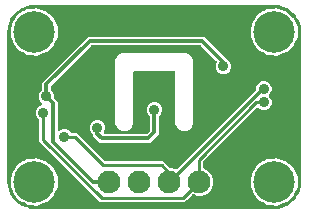
<source format=gbr>
G04 EAGLE Gerber RS-274X export*
G75*
%MOMM*%
%FSLAX34Y34*%
%LPD*%
%INBottom Copper*%
%IPPOS*%
%AMOC8*
5,1,8,0,0,1.08239X$1,22.5*%
G01*
%ADD10C,3.516000*%
%ADD11C,1.930400*%
%ADD12C,0.889000*%
%ADD13C,0.254000*%
%ADD14C,0.304800*%

G36*
X228622Y2543D02*
X228622Y2543D01*
X228700Y2545D01*
X232077Y2810D01*
X232145Y2824D01*
X232214Y2829D01*
X232370Y2869D01*
X238794Y4956D01*
X238901Y5006D01*
X239012Y5050D01*
X239063Y5083D01*
X239082Y5091D01*
X239097Y5104D01*
X239148Y5136D01*
X244612Y9107D01*
X244699Y9188D01*
X244746Y9227D01*
X244752Y9231D01*
X244753Y9233D01*
X244791Y9264D01*
X244829Y9310D01*
X244844Y9324D01*
X244855Y9341D01*
X244893Y9387D01*
X246586Y11717D01*
X246599Y11741D01*
X246616Y11761D01*
X246675Y11879D01*
X246739Y11996D01*
X246746Y12022D01*
X246758Y12046D01*
X246785Y12174D01*
X246799Y12185D01*
X246823Y12196D01*
X246925Y12281D01*
X247031Y12361D01*
X247048Y12382D01*
X247068Y12398D01*
X247171Y12522D01*
X248864Y14852D01*
X248921Y14956D01*
X248985Y15056D01*
X249007Y15113D01*
X249017Y15131D01*
X249022Y15151D01*
X249044Y15206D01*
X251131Y21630D01*
X251144Y21698D01*
X251167Y21764D01*
X251190Y21923D01*
X251455Y25300D01*
X251455Y25304D01*
X251456Y25307D01*
X251455Y25326D01*
X251459Y25400D01*
X251459Y152400D01*
X251457Y152422D01*
X251455Y152500D01*
X251190Y155877D01*
X251176Y155945D01*
X251171Y156014D01*
X251131Y156170D01*
X249044Y162594D01*
X248993Y162701D01*
X248950Y162812D01*
X248917Y162863D01*
X248909Y162882D01*
X248896Y162897D01*
X248864Y162948D01*
X247171Y165278D01*
X247153Y165297D01*
X247139Y165320D01*
X247044Y165413D01*
X246953Y165509D01*
X246931Y165524D01*
X246912Y165542D01*
X246798Y165608D01*
X246792Y165624D01*
X246789Y165651D01*
X246740Y165775D01*
X246697Y165900D01*
X246682Y165922D01*
X246672Y165947D01*
X246586Y166083D01*
X244893Y168412D01*
X244812Y168499D01*
X244736Y168591D01*
X244690Y168629D01*
X244676Y168644D01*
X244658Y168655D01*
X244612Y168693D01*
X239148Y172664D01*
X239044Y172721D01*
X238944Y172785D01*
X238887Y172807D01*
X238869Y172817D01*
X238849Y172822D01*
X238794Y172844D01*
X232370Y174931D01*
X232302Y174944D01*
X232236Y174967D01*
X232077Y174990D01*
X228700Y175255D01*
X228678Y175254D01*
X228600Y175259D01*
X25400Y175259D01*
X25378Y175257D01*
X25300Y175255D01*
X21923Y174990D01*
X21855Y174976D01*
X21786Y174971D01*
X21630Y174931D01*
X18892Y174041D01*
X18867Y174030D01*
X18841Y174024D01*
X18724Y173963D01*
X18604Y173906D01*
X18583Y173889D01*
X18560Y173877D01*
X18462Y173789D01*
X18445Y173788D01*
X18418Y173793D01*
X18286Y173785D01*
X18153Y173783D01*
X18128Y173775D01*
X18101Y173774D01*
X17945Y173734D01*
X15206Y172844D01*
X15099Y172793D01*
X14988Y172750D01*
X14937Y172717D01*
X14918Y172709D01*
X14903Y172696D01*
X14852Y172664D01*
X9388Y168693D01*
X9301Y168612D01*
X9209Y168536D01*
X9171Y168490D01*
X9156Y168476D01*
X9145Y168458D01*
X9107Y168412D01*
X5136Y162948D01*
X5079Y162844D01*
X5015Y162744D01*
X4993Y162687D01*
X4983Y162669D01*
X4978Y162649D01*
X4956Y162594D01*
X2869Y156170D01*
X2856Y156102D01*
X2833Y156036D01*
X2810Y155877D01*
X2545Y152500D01*
X2546Y152478D01*
X2541Y152400D01*
X2541Y25400D01*
X2543Y25378D01*
X2545Y25300D01*
X2810Y21923D01*
X2824Y21855D01*
X2829Y21786D01*
X2869Y21630D01*
X4956Y15206D01*
X5006Y15099D01*
X5050Y14988D01*
X5083Y14937D01*
X5091Y14918D01*
X5104Y14903D01*
X5136Y14852D01*
X9107Y9388D01*
X9127Y9366D01*
X9138Y9348D01*
X9184Y9305D01*
X9188Y9301D01*
X9264Y9209D01*
X9310Y9171D01*
X9324Y9156D01*
X9342Y9145D01*
X9388Y9107D01*
X14852Y5136D01*
X14956Y5079D01*
X15056Y5015D01*
X15113Y4993D01*
X15131Y4983D01*
X15151Y4978D01*
X15206Y4956D01*
X17945Y4066D01*
X17971Y4061D01*
X17996Y4051D01*
X18127Y4031D01*
X18257Y4006D01*
X18284Y4008D01*
X18310Y4004D01*
X18441Y4018D01*
X18455Y4008D01*
X18474Y3989D01*
X18585Y3917D01*
X18694Y3842D01*
X18719Y3832D01*
X18742Y3818D01*
X18891Y3759D01*
X21630Y2869D01*
X21698Y2856D01*
X21764Y2833D01*
X21923Y2810D01*
X25300Y2545D01*
X25322Y2546D01*
X25400Y2541D01*
X228600Y2541D01*
X228622Y2543D01*
G37*
%LPC*%
G36*
X81182Y8127D02*
X81182Y8127D01*
X29717Y59592D01*
X29717Y77436D01*
X29705Y77534D01*
X29702Y77633D01*
X29695Y77655D01*
X29695Y77663D01*
X29684Y77696D01*
X29677Y77752D01*
X29641Y77844D01*
X29613Y77939D01*
X29583Y77991D01*
X29560Y78047D01*
X29502Y78127D01*
X29452Y78213D01*
X29386Y78288D01*
X29374Y78305D01*
X29364Y78312D01*
X29346Y78334D01*
X27528Y80151D01*
X26542Y82531D01*
X26542Y85109D01*
X27528Y87489D01*
X29351Y89312D01*
X31504Y90203D01*
X31547Y90228D01*
X31594Y90245D01*
X31685Y90307D01*
X31780Y90361D01*
X31816Y90396D01*
X31857Y90423D01*
X31930Y90506D01*
X32008Y90582D01*
X32034Y90625D01*
X32067Y90662D01*
X32117Y90760D01*
X32175Y90853D01*
X32189Y90901D01*
X32212Y90945D01*
X32236Y91052D01*
X32268Y91157D01*
X32271Y91207D01*
X32282Y91255D01*
X32278Y91365D01*
X32283Y91475D01*
X32273Y91523D01*
X32272Y91573D01*
X32241Y91679D01*
X32219Y91786D01*
X32197Y91831D01*
X32184Y91879D01*
X32155Y91927D01*
X32155Y91928D01*
X32153Y91930D01*
X32128Y91973D01*
X32079Y92072D01*
X32047Y92110D01*
X32022Y92153D01*
X31987Y92192D01*
X31985Y92196D01*
X31978Y92202D01*
X31916Y92274D01*
X30068Y94121D01*
X29082Y96501D01*
X29082Y99079D01*
X30068Y101459D01*
X31632Y103022D01*
X31692Y103101D01*
X31760Y103173D01*
X31789Y103226D01*
X31826Y103274D01*
X31866Y103365D01*
X31914Y103451D01*
X31929Y103510D01*
X31953Y103566D01*
X31968Y103663D01*
X31993Y103759D01*
X31999Y103859D01*
X32003Y103880D01*
X32001Y103892D01*
X32003Y103920D01*
X32003Y109423D01*
X70917Y148337D01*
X169113Y148337D01*
X188363Y129087D01*
X188370Y129081D01*
X188376Y129074D01*
X188495Y128985D01*
X188614Y128892D01*
X188623Y128888D01*
X188630Y128883D01*
X188775Y128812D01*
X189089Y128682D01*
X190912Y126859D01*
X191898Y124479D01*
X191898Y121901D01*
X190912Y119521D01*
X189089Y117698D01*
X186709Y116712D01*
X184131Y116712D01*
X181751Y117698D01*
X179928Y119521D01*
X178942Y121901D01*
X178942Y124479D01*
X179780Y126502D01*
X179788Y126530D01*
X179802Y126556D01*
X179830Y126683D01*
X179864Y126808D01*
X179865Y126838D01*
X179871Y126867D01*
X179867Y126997D01*
X179869Y127126D01*
X179862Y127155D01*
X179862Y127185D01*
X179825Y127309D01*
X179795Y127436D01*
X179781Y127462D01*
X179773Y127490D01*
X179707Y127602D01*
X179646Y127717D01*
X179627Y127739D01*
X179612Y127764D01*
X179505Y127885D01*
X166539Y140852D01*
X166460Y140912D01*
X166388Y140980D01*
X166335Y141009D01*
X166287Y141046D01*
X166196Y141086D01*
X166110Y141134D01*
X166051Y141149D01*
X165995Y141173D01*
X165897Y141188D01*
X165802Y141213D01*
X165702Y141219D01*
X165681Y141223D01*
X165669Y141221D01*
X165641Y141223D01*
X74389Y141223D01*
X74291Y141211D01*
X74192Y141208D01*
X74134Y141191D01*
X74073Y141183D01*
X73981Y141147D01*
X73886Y141119D01*
X73834Y141089D01*
X73778Y141066D01*
X73698Y141008D01*
X73612Y140958D01*
X73537Y140892D01*
X73520Y140880D01*
X73513Y140870D01*
X73491Y140852D01*
X39488Y106849D01*
X39428Y106770D01*
X39360Y106698D01*
X39331Y106645D01*
X39294Y106597D01*
X39254Y106506D01*
X39206Y106420D01*
X39191Y106361D01*
X39167Y106305D01*
X39152Y106207D01*
X39127Y106112D01*
X39121Y106012D01*
X39117Y105991D01*
X39119Y105979D01*
X39117Y105951D01*
X39117Y103920D01*
X39129Y103822D01*
X39132Y103723D01*
X39149Y103664D01*
X39157Y103604D01*
X39193Y103512D01*
X39221Y103417D01*
X39251Y103365D01*
X39274Y103309D01*
X39332Y103228D01*
X39382Y103143D01*
X39448Y103068D01*
X39460Y103051D01*
X39470Y103044D01*
X39488Y103022D01*
X41052Y101459D01*
X42038Y99079D01*
X42038Y96868D01*
X42050Y96770D01*
X42053Y96671D01*
X42070Y96613D01*
X42078Y96552D01*
X42114Y96460D01*
X42142Y96365D01*
X42172Y96313D01*
X42195Y96257D01*
X42253Y96177D01*
X42303Y96091D01*
X42369Y96016D01*
X42381Y95999D01*
X42391Y95992D01*
X42409Y95971D01*
X42630Y95750D01*
X42631Y95749D01*
X45086Y93294D01*
X45086Y70011D01*
X45103Y69873D01*
X45116Y69734D01*
X45123Y69715D01*
X45126Y69695D01*
X45177Y69566D01*
X45224Y69435D01*
X45235Y69418D01*
X45243Y69400D01*
X45324Y69287D01*
X45403Y69172D01*
X45418Y69159D01*
X45429Y69142D01*
X45537Y69053D01*
X45641Y68961D01*
X45659Y68952D01*
X45674Y68939D01*
X45800Y68880D01*
X45924Y68817D01*
X45944Y68812D01*
X45962Y68804D01*
X46098Y68778D01*
X46235Y68747D01*
X46255Y68748D01*
X46274Y68744D01*
X46413Y68753D01*
X46553Y68757D01*
X46572Y68763D01*
X46592Y68764D01*
X46724Y68807D01*
X46858Y68846D01*
X46875Y68856D01*
X46894Y68862D01*
X47012Y68936D01*
X47046Y68957D01*
X49511Y69978D01*
X52089Y69978D01*
X54469Y68992D01*
X56286Y67174D01*
X56365Y67114D01*
X56437Y67046D01*
X56490Y67017D01*
X56538Y66980D01*
X56629Y66940D01*
X56715Y66892D01*
X56774Y66877D01*
X56830Y66853D01*
X56928Y66838D01*
X57023Y66813D01*
X57123Y66807D01*
X57144Y66803D01*
X57156Y66805D01*
X57184Y66803D01*
X61058Y66803D01*
X84816Y43044D01*
X84895Y42984D01*
X84967Y42916D01*
X85020Y42887D01*
X85068Y42850D01*
X85159Y42810D01*
X85245Y42762D01*
X85304Y42747D01*
X85359Y42723D01*
X85457Y42708D01*
X85553Y42683D01*
X85653Y42677D01*
X85674Y42673D01*
X85686Y42675D01*
X85714Y42673D01*
X134718Y42673D01*
X139934Y37456D01*
X140013Y37396D01*
X140085Y37328D01*
X140138Y37299D01*
X140186Y37262D01*
X140277Y37222D01*
X140363Y37174D01*
X140422Y37159D01*
X140477Y37135D01*
X140575Y37120D01*
X140671Y37095D01*
X140771Y37089D01*
X140792Y37085D01*
X140804Y37087D01*
X140832Y37085D01*
X142024Y37085D01*
X144557Y36036D01*
X144585Y36028D01*
X144612Y36014D01*
X144738Y35986D01*
X144864Y35952D01*
X144893Y35951D01*
X144922Y35945D01*
X145052Y35949D01*
X145182Y35947D01*
X145210Y35954D01*
X145240Y35954D01*
X145364Y35991D01*
X145491Y36021D01*
X145517Y36035D01*
X145545Y36043D01*
X145657Y36109D01*
X145772Y36170D01*
X145794Y36189D01*
X145819Y36204D01*
X145940Y36311D01*
X212861Y103231D01*
X212921Y103310D01*
X212989Y103382D01*
X213018Y103435D01*
X213055Y103483D01*
X213095Y103574D01*
X213143Y103660D01*
X213158Y103719D01*
X213182Y103774D01*
X213197Y103872D01*
X213222Y103968D01*
X213228Y104068D01*
X213232Y104089D01*
X213230Y104101D01*
X213232Y104129D01*
X213232Y105429D01*
X214218Y107809D01*
X216041Y109632D01*
X218421Y110618D01*
X220999Y110618D01*
X223379Y109632D01*
X225202Y107809D01*
X226188Y105429D01*
X226188Y102851D01*
X225202Y100471D01*
X224053Y99322D01*
X223980Y99228D01*
X223902Y99139D01*
X223883Y99103D01*
X223858Y99071D01*
X223811Y98962D01*
X223757Y98856D01*
X223748Y98817D01*
X223732Y98779D01*
X223713Y98662D01*
X223687Y98546D01*
X223689Y98505D01*
X223682Y98465D01*
X223693Y98347D01*
X223697Y98228D01*
X223708Y98189D01*
X223712Y98149D01*
X223752Y98037D01*
X223785Y97922D01*
X223806Y97887D01*
X223820Y97849D01*
X223887Y97751D01*
X223947Y97648D01*
X223987Y97603D01*
X223998Y97586D01*
X224014Y97573D01*
X224053Y97527D01*
X225202Y96379D01*
X226188Y93999D01*
X226188Y91421D01*
X225202Y89041D01*
X223379Y87218D01*
X220999Y86232D01*
X218421Y86232D01*
X216041Y87218D01*
X215245Y88014D01*
X215151Y88087D01*
X215062Y88166D01*
X215026Y88184D01*
X214994Y88209D01*
X214885Y88256D01*
X214779Y88310D01*
X214739Y88319D01*
X214702Y88335D01*
X214585Y88354D01*
X214469Y88380D01*
X214428Y88379D01*
X214388Y88385D01*
X214270Y88374D01*
X214151Y88370D01*
X214112Y88359D01*
X214072Y88355D01*
X213959Y88315D01*
X213845Y88282D01*
X213810Y88261D01*
X213772Y88247D01*
X213674Y88181D01*
X213571Y88120D01*
X213526Y88080D01*
X213509Y88069D01*
X213496Y88054D01*
X213450Y88014D01*
X168774Y43338D01*
X168714Y43260D01*
X168646Y43188D01*
X168617Y43135D01*
X168580Y43087D01*
X168540Y42996D01*
X168492Y42909D01*
X168477Y42850D01*
X168453Y42795D01*
X168438Y42697D01*
X168413Y42601D01*
X168407Y42501D01*
X168403Y42481D01*
X168405Y42468D01*
X168403Y42440D01*
X168403Y37528D01*
X168406Y37498D01*
X168404Y37469D01*
X168426Y37341D01*
X168443Y37212D01*
X168453Y37185D01*
X168458Y37155D01*
X168512Y37037D01*
X168560Y36916D01*
X168577Y36892D01*
X168589Y36865D01*
X168670Y36764D01*
X168746Y36659D01*
X168769Y36640D01*
X168788Y36617D01*
X168891Y36539D01*
X168991Y36456D01*
X169018Y36444D01*
X169042Y36426D01*
X169186Y36355D01*
X171719Y35306D01*
X175006Y32019D01*
X176785Y27724D01*
X176785Y23076D01*
X175006Y18781D01*
X171719Y15494D01*
X167424Y13715D01*
X162776Y13715D01*
X160243Y14764D01*
X160215Y14772D01*
X160188Y14786D01*
X160062Y14814D01*
X159936Y14848D01*
X159907Y14849D01*
X159878Y14855D01*
X159748Y14851D01*
X159618Y14853D01*
X159590Y14846D01*
X159560Y14846D01*
X159436Y14809D01*
X159309Y14779D01*
X159283Y14765D01*
X159255Y14757D01*
X159143Y14691D01*
X159028Y14630D01*
X159006Y14611D01*
X158981Y14596D01*
X158860Y14489D01*
X154804Y10434D01*
X152498Y8127D01*
X81182Y8127D01*
G37*
%LPD*%
%LPC*%
G36*
X100084Y68579D02*
X100084Y68579D01*
X97283Y69739D01*
X95139Y71883D01*
X93979Y74684D01*
X93979Y128516D01*
X95139Y131317D01*
X97283Y133461D01*
X100084Y134621D01*
X153916Y134621D01*
X156717Y133461D01*
X158861Y131317D01*
X160021Y128516D01*
X160021Y74684D01*
X158861Y71883D01*
X156717Y69739D01*
X153916Y68579D01*
X150884Y68579D01*
X148083Y69739D01*
X145939Y71883D01*
X144779Y74684D01*
X144779Y118110D01*
X144764Y118228D01*
X144757Y118347D01*
X144744Y118385D01*
X144739Y118426D01*
X144696Y118536D01*
X144659Y118649D01*
X144637Y118684D01*
X144622Y118721D01*
X144553Y118817D01*
X144489Y118918D01*
X144459Y118946D01*
X144436Y118979D01*
X144344Y119055D01*
X144257Y119136D01*
X144222Y119156D01*
X144191Y119181D01*
X144083Y119232D01*
X143979Y119290D01*
X143939Y119300D01*
X143903Y119317D01*
X143786Y119339D01*
X143671Y119369D01*
X143611Y119373D01*
X143591Y119377D01*
X143570Y119375D01*
X143510Y119379D01*
X110490Y119379D01*
X110372Y119364D01*
X110253Y119357D01*
X110215Y119344D01*
X110174Y119339D01*
X110064Y119296D01*
X109951Y119259D01*
X109916Y119237D01*
X109879Y119222D01*
X109783Y119153D01*
X109682Y119089D01*
X109654Y119059D01*
X109621Y119036D01*
X109545Y118944D01*
X109464Y118857D01*
X109444Y118822D01*
X109419Y118791D01*
X109368Y118683D01*
X109310Y118579D01*
X109300Y118539D01*
X109283Y118503D01*
X109261Y118386D01*
X109231Y118271D01*
X109227Y118211D01*
X109223Y118191D01*
X109225Y118170D01*
X109221Y118110D01*
X109221Y74684D01*
X108061Y71883D01*
X105917Y69739D01*
X103116Y68579D01*
X100084Y68579D01*
G37*
%LPD*%
%LPC*%
G36*
X226876Y5780D02*
X226876Y5780D01*
X226858Y5780D01*
X226743Y5787D01*
X224699Y5787D01*
X224151Y6014D01*
X224052Y6041D01*
X223957Y6077D01*
X223865Y6092D01*
X223844Y6098D01*
X223831Y6098D01*
X223798Y6104D01*
X222379Y6253D01*
X219415Y7964D01*
X219413Y7965D01*
X219410Y7967D01*
X219266Y8038D01*
X217490Y8773D01*
X216893Y9370D01*
X216826Y9422D01*
X216765Y9483D01*
X216651Y9558D01*
X216642Y9565D01*
X216638Y9567D01*
X216631Y9572D01*
X215129Y10439D01*
X213339Y12903D01*
X213326Y12917D01*
X213316Y12933D01*
X213209Y13054D01*
X211973Y14290D01*
X211557Y15296D01*
X211522Y15356D01*
X211497Y15420D01*
X211411Y15556D01*
X210208Y17211D01*
X209647Y19849D01*
X209636Y19883D01*
X209631Y19919D01*
X209579Y20071D01*
X208987Y21499D01*
X208987Y22822D01*
X208981Y22874D01*
X208983Y22926D01*
X208960Y23086D01*
X208468Y25400D01*
X208960Y27714D01*
X208964Y27767D01*
X208977Y27817D01*
X208987Y27978D01*
X208987Y29301D01*
X209579Y30729D01*
X209588Y30763D01*
X209604Y30795D01*
X209647Y30951D01*
X210208Y33589D01*
X211411Y35244D01*
X211444Y35305D01*
X211486Y35360D01*
X211557Y35504D01*
X211973Y36510D01*
X213209Y37746D01*
X213221Y37761D01*
X213236Y37773D01*
X213339Y37897D01*
X215129Y40361D01*
X216631Y41228D01*
X216699Y41280D01*
X216773Y41324D01*
X216875Y41414D01*
X216884Y41421D01*
X216887Y41424D01*
X216893Y41430D01*
X217490Y42027D01*
X219266Y42762D01*
X219268Y42764D01*
X219271Y42764D01*
X219415Y42836D01*
X222379Y44547D01*
X223798Y44696D01*
X223898Y44720D01*
X223999Y44734D01*
X224087Y44764D01*
X224108Y44769D01*
X224120Y44775D01*
X224151Y44786D01*
X224699Y45013D01*
X226743Y45013D01*
X226760Y45015D01*
X226876Y45020D01*
X230704Y45422D01*
X231773Y45075D01*
X231890Y45053D01*
X232005Y45023D01*
X232065Y45019D01*
X232085Y45015D01*
X232106Y45017D01*
X232165Y45013D01*
X232501Y45013D01*
X234409Y44222D01*
X234430Y44217D01*
X234503Y44188D01*
X238666Y42835D01*
X239278Y42285D01*
X239389Y42207D01*
X239497Y42126D01*
X239527Y42111D01*
X239539Y42103D01*
X239559Y42096D01*
X239641Y42055D01*
X239710Y42027D01*
X241005Y40732D01*
X241019Y40721D01*
X241053Y40686D01*
X244887Y37234D01*
X245100Y36756D01*
X245179Y36626D01*
X245450Y35971D01*
X245455Y35962D01*
X245463Y35941D01*
X248292Y29586D01*
X248292Y21214D01*
X245463Y14859D01*
X245460Y14849D01*
X245450Y14829D01*
X245194Y14211D01*
X245175Y14187D01*
X245170Y14178D01*
X245168Y14175D01*
X245163Y14165D01*
X245100Y14044D01*
X244985Y13785D01*
X244977Y13759D01*
X244964Y13736D01*
X244931Y13607D01*
X244914Y13552D01*
X244880Y13536D01*
X244860Y13519D01*
X244836Y13507D01*
X244710Y13407D01*
X241053Y10114D01*
X241041Y10100D01*
X241005Y10068D01*
X239710Y8773D01*
X239641Y8745D01*
X239524Y8678D01*
X239404Y8615D01*
X239377Y8594D01*
X239365Y8587D01*
X239350Y8572D01*
X239278Y8515D01*
X238666Y7965D01*
X234502Y6612D01*
X234483Y6603D01*
X234409Y6577D01*
X232501Y5787D01*
X232165Y5787D01*
X232047Y5772D01*
X231929Y5765D01*
X231870Y5750D01*
X231850Y5747D01*
X231831Y5740D01*
X231773Y5725D01*
X230704Y5378D01*
X226876Y5780D01*
G37*
%LPD*%
%LPC*%
G36*
X226876Y132780D02*
X226876Y132780D01*
X226858Y132780D01*
X226743Y132787D01*
X224699Y132787D01*
X224151Y133014D01*
X224052Y133041D01*
X223957Y133077D01*
X223865Y133092D01*
X223844Y133098D01*
X223831Y133098D01*
X223798Y133104D01*
X222379Y133253D01*
X219415Y134964D01*
X219413Y134965D01*
X219410Y134967D01*
X219266Y135038D01*
X217490Y135773D01*
X216893Y136370D01*
X216826Y136422D01*
X216765Y136483D01*
X216651Y136558D01*
X216642Y136565D01*
X216638Y136567D01*
X216631Y136572D01*
X215129Y137439D01*
X213339Y139903D01*
X213326Y139917D01*
X213316Y139933D01*
X213209Y140054D01*
X211973Y141290D01*
X211557Y142296D01*
X211522Y142356D01*
X211497Y142420D01*
X211411Y142556D01*
X210208Y144211D01*
X209647Y146849D01*
X209636Y146883D01*
X209631Y146919D01*
X209579Y147071D01*
X208987Y148499D01*
X208987Y149822D01*
X208981Y149874D01*
X208983Y149926D01*
X208960Y150086D01*
X208468Y152400D01*
X208960Y154714D01*
X208964Y154767D01*
X208977Y154817D01*
X208987Y154978D01*
X208987Y156301D01*
X209579Y157729D01*
X209588Y157763D01*
X209604Y157795D01*
X209647Y157951D01*
X210208Y160589D01*
X211411Y162244D01*
X211444Y162305D01*
X211486Y162360D01*
X211557Y162504D01*
X211973Y163510D01*
X213209Y164746D01*
X213221Y164761D01*
X213236Y164773D01*
X213339Y164897D01*
X215129Y167361D01*
X216631Y168228D01*
X216699Y168280D01*
X216773Y168324D01*
X216875Y168414D01*
X216884Y168421D01*
X216887Y168424D01*
X216893Y168430D01*
X217490Y169027D01*
X219266Y169762D01*
X219268Y169764D01*
X219271Y169764D01*
X219415Y169836D01*
X222379Y171547D01*
X223798Y171696D01*
X223898Y171720D01*
X223999Y171734D01*
X224087Y171764D01*
X224108Y171769D01*
X224120Y171775D01*
X224151Y171786D01*
X224699Y172013D01*
X226743Y172013D01*
X226760Y172015D01*
X226876Y172020D01*
X230704Y172422D01*
X231773Y172075D01*
X231890Y172053D01*
X232005Y172023D01*
X232065Y172019D01*
X232085Y172015D01*
X232106Y172017D01*
X232165Y172013D01*
X232501Y172013D01*
X234409Y171222D01*
X234430Y171217D01*
X234503Y171188D01*
X238666Y169835D01*
X239278Y169285D01*
X239389Y169207D01*
X239497Y169126D01*
X239527Y169111D01*
X239539Y169103D01*
X239559Y169096D01*
X239641Y169055D01*
X239710Y169027D01*
X241005Y167732D01*
X241019Y167721D01*
X241053Y167686D01*
X244710Y164393D01*
X244732Y164378D01*
X244750Y164359D01*
X244862Y164288D01*
X244910Y164254D01*
X244914Y164217D01*
X244924Y164192D01*
X244929Y164166D01*
X244985Y164015D01*
X245100Y163756D01*
X245179Y163626D01*
X245450Y162971D01*
X245455Y162962D01*
X245463Y162941D01*
X248292Y156586D01*
X248292Y148214D01*
X245463Y141859D01*
X245460Y141849D01*
X245450Y141829D01*
X245194Y141211D01*
X245175Y141187D01*
X245170Y141179D01*
X245168Y141175D01*
X245163Y141164D01*
X245100Y141044D01*
X244887Y140566D01*
X241053Y137114D01*
X241041Y137100D01*
X241005Y137068D01*
X239710Y135773D01*
X239641Y135745D01*
X239524Y135678D01*
X239404Y135615D01*
X239377Y135594D01*
X239365Y135587D01*
X239350Y135572D01*
X239278Y135515D01*
X238666Y134965D01*
X234502Y133612D01*
X234483Y133603D01*
X234409Y133577D01*
X232501Y132787D01*
X232165Y132787D01*
X232047Y132772D01*
X231929Y132765D01*
X231870Y132750D01*
X231850Y132747D01*
X231831Y132740D01*
X231773Y132725D01*
X230704Y132378D01*
X226876Y132780D01*
G37*
%LPD*%
%LPC*%
G36*
X23676Y5780D02*
X23676Y5780D01*
X23658Y5780D01*
X23543Y5787D01*
X21499Y5787D01*
X20951Y6014D01*
X20852Y6041D01*
X20757Y6077D01*
X20665Y6092D01*
X20644Y6098D01*
X20631Y6098D01*
X20598Y6104D01*
X19416Y6228D01*
X19390Y6227D01*
X19364Y6232D01*
X19231Y6224D01*
X19173Y6223D01*
X19147Y6250D01*
X19125Y6265D01*
X19106Y6283D01*
X18972Y6372D01*
X16215Y7964D01*
X16213Y7965D01*
X16210Y7967D01*
X16066Y8038D01*
X14290Y8773D01*
X13693Y9370D01*
X13626Y9422D01*
X13565Y9483D01*
X13451Y9558D01*
X13442Y9565D01*
X13438Y9567D01*
X13431Y9572D01*
X11929Y10439D01*
X10139Y12903D01*
X10126Y12917D01*
X10116Y12933D01*
X10009Y13054D01*
X8773Y14290D01*
X8357Y15296D01*
X8322Y15356D01*
X8297Y15420D01*
X8211Y15556D01*
X7008Y17211D01*
X6447Y19849D01*
X6436Y19883D01*
X6431Y19919D01*
X6379Y20071D01*
X5787Y21499D01*
X5787Y22822D01*
X5781Y22874D01*
X5783Y22926D01*
X5760Y23086D01*
X5268Y25400D01*
X5760Y27714D01*
X5764Y27767D01*
X5777Y27817D01*
X5787Y27978D01*
X5787Y29301D01*
X6379Y30729D01*
X6388Y30763D01*
X6404Y30795D01*
X6447Y30951D01*
X7008Y33589D01*
X8211Y35244D01*
X8244Y35305D01*
X8286Y35360D01*
X8357Y35504D01*
X8773Y36510D01*
X10009Y37746D01*
X10021Y37761D01*
X10036Y37773D01*
X10139Y37897D01*
X11929Y40361D01*
X13431Y41228D01*
X13499Y41280D01*
X13573Y41324D01*
X13675Y41414D01*
X13684Y41421D01*
X13687Y41424D01*
X13693Y41430D01*
X14290Y42027D01*
X16066Y42762D01*
X16068Y42764D01*
X16071Y42764D01*
X16215Y42836D01*
X19179Y44547D01*
X20598Y44696D01*
X20698Y44720D01*
X20799Y44734D01*
X20887Y44764D01*
X20908Y44769D01*
X20920Y44775D01*
X20951Y44786D01*
X21499Y45013D01*
X23543Y45013D01*
X23560Y45015D01*
X23676Y45020D01*
X27504Y45422D01*
X28573Y45075D01*
X28690Y45053D01*
X28805Y45023D01*
X28865Y45019D01*
X28885Y45015D01*
X28906Y45017D01*
X28965Y45013D01*
X29301Y45013D01*
X31209Y44222D01*
X31230Y44217D01*
X31303Y44188D01*
X35466Y42835D01*
X36078Y42285D01*
X36189Y42207D01*
X36297Y42126D01*
X36327Y42111D01*
X36339Y42103D01*
X36359Y42096D01*
X36441Y42055D01*
X36510Y42027D01*
X37805Y40732D01*
X37819Y40721D01*
X37853Y40686D01*
X41687Y37234D01*
X41900Y36756D01*
X41979Y36626D01*
X42250Y35971D01*
X42255Y35962D01*
X42263Y35941D01*
X45092Y29586D01*
X45092Y21214D01*
X42263Y14859D01*
X42260Y14849D01*
X42250Y14829D01*
X41994Y14211D01*
X41975Y14187D01*
X41970Y14179D01*
X41968Y14175D01*
X41963Y14164D01*
X41900Y14044D01*
X41687Y13566D01*
X37853Y10114D01*
X37841Y10100D01*
X37805Y10068D01*
X36510Y8773D01*
X36441Y8745D01*
X36324Y8678D01*
X36204Y8615D01*
X36177Y8594D01*
X36165Y8587D01*
X36150Y8572D01*
X36078Y8515D01*
X35466Y7965D01*
X31302Y6612D01*
X31283Y6603D01*
X31209Y6577D01*
X29301Y5787D01*
X28965Y5787D01*
X28847Y5772D01*
X28729Y5765D01*
X28670Y5750D01*
X28650Y5747D01*
X28631Y5740D01*
X28573Y5725D01*
X27504Y5378D01*
X23676Y5780D01*
G37*
%LPD*%
%LPC*%
G36*
X23676Y132780D02*
X23676Y132780D01*
X23658Y132780D01*
X23543Y132787D01*
X21499Y132787D01*
X20951Y133014D01*
X20852Y133041D01*
X20757Y133077D01*
X20665Y133092D01*
X20644Y133098D01*
X20631Y133098D01*
X20598Y133104D01*
X19179Y133253D01*
X16215Y134964D01*
X16213Y134965D01*
X16210Y134967D01*
X16066Y135038D01*
X14290Y135773D01*
X13693Y136370D01*
X13626Y136422D01*
X13565Y136483D01*
X13451Y136558D01*
X13442Y136565D01*
X13438Y136567D01*
X13431Y136572D01*
X11929Y137439D01*
X10139Y139903D01*
X10126Y139917D01*
X10116Y139933D01*
X10009Y140054D01*
X8773Y141290D01*
X8357Y142296D01*
X8322Y142356D01*
X8297Y142420D01*
X8211Y142556D01*
X7008Y144211D01*
X6447Y146849D01*
X6436Y146883D01*
X6431Y146919D01*
X6379Y147071D01*
X5787Y148499D01*
X5787Y149822D01*
X5781Y149874D01*
X5783Y149926D01*
X5760Y150086D01*
X5268Y152400D01*
X5760Y154714D01*
X5764Y154767D01*
X5777Y154817D01*
X5787Y154978D01*
X5787Y156301D01*
X6379Y157729D01*
X6388Y157763D01*
X6404Y157795D01*
X6447Y157951D01*
X7008Y160589D01*
X8211Y162244D01*
X8244Y162305D01*
X8286Y162360D01*
X8357Y162504D01*
X8773Y163510D01*
X10009Y164746D01*
X10021Y164761D01*
X10036Y164773D01*
X10139Y164897D01*
X11929Y167361D01*
X13431Y168228D01*
X13499Y168280D01*
X13573Y168324D01*
X13675Y168414D01*
X13684Y168421D01*
X13687Y168424D01*
X13693Y168430D01*
X14290Y169027D01*
X16066Y169762D01*
X16068Y169764D01*
X16071Y169764D01*
X16215Y169836D01*
X18972Y171428D01*
X18993Y171444D01*
X19017Y171455D01*
X19120Y171540D01*
X19166Y171575D01*
X19203Y171568D01*
X19229Y171569D01*
X19256Y171565D01*
X19416Y171572D01*
X20598Y171696D01*
X20698Y171720D01*
X20799Y171734D01*
X20887Y171764D01*
X20908Y171769D01*
X20920Y171775D01*
X20951Y171786D01*
X21499Y172013D01*
X23543Y172013D01*
X23560Y172015D01*
X23676Y172020D01*
X27504Y172422D01*
X28573Y172075D01*
X28690Y172053D01*
X28805Y172023D01*
X28865Y172019D01*
X28885Y172015D01*
X28906Y172017D01*
X28965Y172013D01*
X29301Y172013D01*
X31209Y171222D01*
X31230Y171217D01*
X31303Y171188D01*
X35466Y169835D01*
X36078Y169285D01*
X36189Y169207D01*
X36297Y169126D01*
X36327Y169111D01*
X36339Y169103D01*
X36359Y169096D01*
X36441Y169055D01*
X36510Y169027D01*
X37805Y167732D01*
X37819Y167721D01*
X37853Y167686D01*
X41687Y164234D01*
X41900Y163756D01*
X41979Y163626D01*
X42250Y162971D01*
X42255Y162962D01*
X42263Y162941D01*
X45092Y156586D01*
X45092Y148214D01*
X42263Y141859D01*
X42260Y141849D01*
X42250Y141829D01*
X41994Y141211D01*
X41975Y141187D01*
X41970Y141179D01*
X41968Y141175D01*
X41963Y141164D01*
X41900Y141044D01*
X41687Y140566D01*
X37853Y137114D01*
X37841Y137100D01*
X37805Y137068D01*
X36510Y135773D01*
X36441Y135745D01*
X36324Y135678D01*
X36204Y135615D01*
X36177Y135594D01*
X36165Y135587D01*
X36150Y135572D01*
X36078Y135515D01*
X35466Y134965D01*
X31302Y133612D01*
X31283Y133603D01*
X31209Y133577D01*
X29301Y132787D01*
X28965Y132787D01*
X28847Y132772D01*
X28729Y132765D01*
X28670Y132750D01*
X28650Y132747D01*
X28631Y132740D01*
X28573Y132725D01*
X27504Y132378D01*
X23676Y132780D01*
G37*
%LPD*%
%LPC*%
G36*
X81077Y58673D02*
X81077Y58673D01*
X75183Y64567D01*
X75183Y64990D01*
X75171Y65088D01*
X75168Y65187D01*
X75151Y65246D01*
X75143Y65306D01*
X75107Y65398D01*
X75079Y65493D01*
X75049Y65545D01*
X75026Y65601D01*
X74968Y65681D01*
X74918Y65767D01*
X74852Y65842D01*
X74840Y65859D01*
X74830Y65866D01*
X74812Y65888D01*
X73248Y67451D01*
X72262Y69831D01*
X72262Y72409D01*
X73248Y74789D01*
X75071Y76612D01*
X77451Y77598D01*
X80029Y77598D01*
X82409Y76612D01*
X84232Y74789D01*
X85218Y72409D01*
X85218Y69831D01*
X84269Y67542D01*
X84256Y67494D01*
X84235Y67449D01*
X84214Y67341D01*
X84185Y67235D01*
X84185Y67185D01*
X84175Y67136D01*
X84182Y67027D01*
X84180Y66917D01*
X84192Y66869D01*
X84195Y66819D01*
X84229Y66715D01*
X84254Y66608D01*
X84278Y66564D01*
X84293Y66517D01*
X84352Y66424D01*
X84403Y66327D01*
X84437Y66290D01*
X84463Y66248D01*
X84543Y66173D01*
X84617Y66091D01*
X84659Y66064D01*
X84695Y66030D01*
X84791Y65977D01*
X84883Y65917D01*
X84930Y65900D01*
X84973Y65876D01*
X85080Y65849D01*
X85184Y65813D01*
X85233Y65809D01*
X85281Y65797D01*
X85442Y65787D01*
X119921Y65787D01*
X120019Y65799D01*
X120118Y65802D01*
X120176Y65819D01*
X120237Y65827D01*
X120329Y65863D01*
X120424Y65891D01*
X120476Y65921D01*
X120532Y65944D01*
X120612Y66002D01*
X120698Y66052D01*
X120773Y66118D01*
X120790Y66130D01*
X120797Y66140D01*
X120819Y66158D01*
X123072Y68411D01*
X123132Y68490D01*
X123200Y68562D01*
X123229Y68615D01*
X123266Y68663D01*
X123306Y68754D01*
X123354Y68840D01*
X123369Y68899D01*
X123393Y68955D01*
X123408Y69053D01*
X123433Y69148D01*
X123439Y69248D01*
X123443Y69269D01*
X123441Y69281D01*
X123443Y69309D01*
X123443Y80230D01*
X123431Y80328D01*
X123428Y80427D01*
X123411Y80486D01*
X123403Y80546D01*
X123367Y80638D01*
X123339Y80733D01*
X123309Y80785D01*
X123286Y80841D01*
X123228Y80921D01*
X123178Y81007D01*
X123112Y81082D01*
X123100Y81099D01*
X123090Y81106D01*
X123072Y81128D01*
X121508Y82691D01*
X120522Y85071D01*
X120522Y87649D01*
X121508Y90029D01*
X123331Y91852D01*
X125711Y92838D01*
X128289Y92838D01*
X130669Y91852D01*
X132492Y90029D01*
X133478Y87649D01*
X133478Y85071D01*
X132492Y82691D01*
X130928Y81128D01*
X130868Y81049D01*
X130800Y80977D01*
X130771Y80924D01*
X130734Y80876D01*
X130694Y80785D01*
X130646Y80699D01*
X130631Y80640D01*
X130607Y80584D01*
X130592Y80486D01*
X130567Y80391D01*
X130561Y80291D01*
X130557Y80270D01*
X130559Y80258D01*
X130557Y80230D01*
X130557Y65837D01*
X123393Y58673D01*
X81077Y58673D01*
G37*
%LPD*%
D10*
X25400Y152400D03*
X228600Y152400D03*
X25400Y25400D03*
X228600Y25400D03*
D11*
X88900Y25400D03*
X114300Y25400D03*
X139700Y25400D03*
X165100Y25400D03*
D12*
X219710Y92710D03*
D13*
X213476Y92710D01*
X165100Y44334D02*
X165100Y25400D01*
X165100Y44334D02*
X213476Y92710D01*
D12*
X33020Y83820D03*
D13*
X33020Y60960D01*
X151130Y11430D02*
X165100Y25400D01*
X82550Y11430D02*
X33020Y60960D01*
X82550Y11430D02*
X151130Y11430D01*
D12*
X219710Y104140D03*
D13*
X218440Y104140D01*
X139700Y33020D02*
X139700Y25400D01*
X218440Y104140D01*
D12*
X50800Y63500D03*
D13*
X59690Y63500D02*
X83820Y39370D01*
X59690Y63500D02*
X50800Y63500D01*
X133350Y39370D02*
X139700Y33020D01*
X133350Y39370D02*
X83820Y39370D01*
D12*
X127000Y110490D03*
X142240Y48260D03*
X105410Y52070D03*
X35560Y97790D03*
D14*
X41529Y91821D01*
X41529Y59276D01*
X75405Y25400D01*
X88900Y25400D01*
X35560Y97790D02*
X35560Y107950D01*
X72390Y144780D02*
X167640Y144780D01*
X185420Y127000D01*
X185420Y123190D01*
D12*
X185420Y123190D03*
D14*
X72390Y144780D02*
X35560Y107950D01*
D12*
X78740Y71120D03*
D14*
X78740Y66040D02*
X82550Y62230D01*
X78740Y66040D02*
X78740Y71120D01*
X82550Y62230D02*
X121920Y62230D01*
X127000Y67310D01*
X127000Y86360D01*
D12*
X127000Y86360D03*
M02*

</source>
